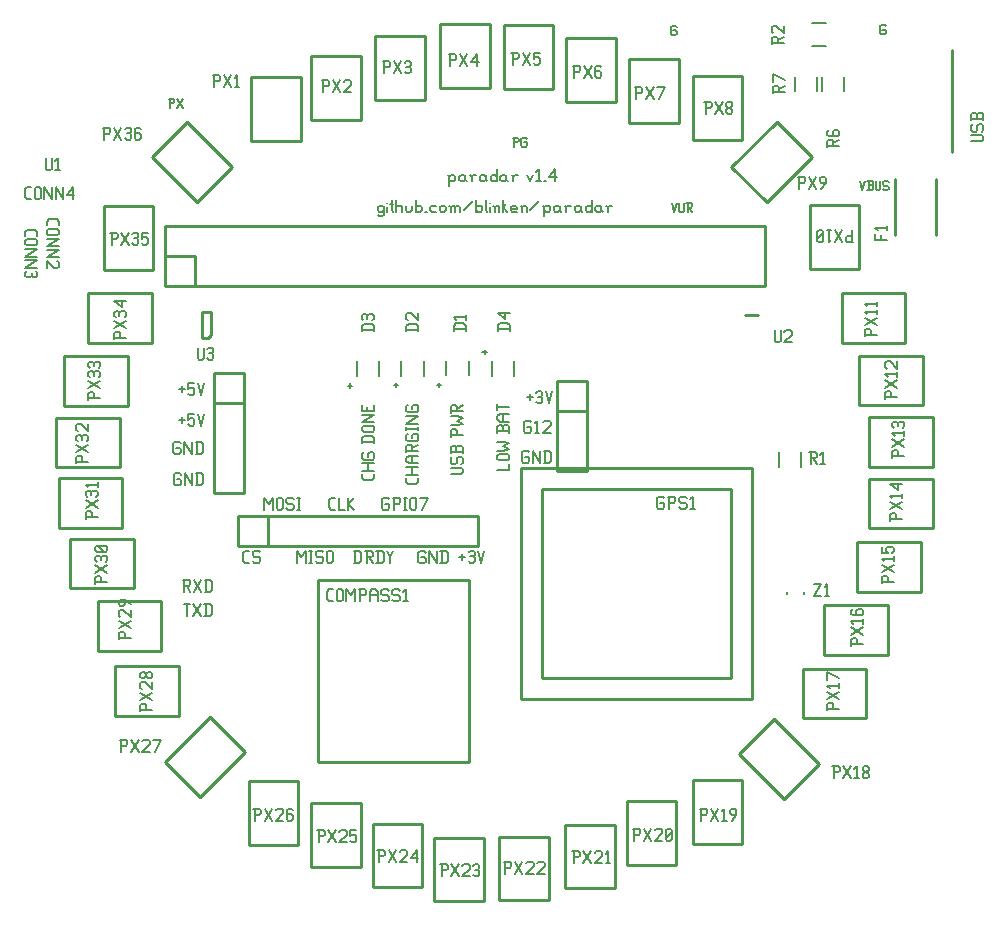
<source format=gbr>
G04 start of page 8 for group -4079 idx -4079 *
G04 Title: (unknown), topsilk *
G04 Creator: pcb 4.2.0 *
G04 CreationDate: Mon Mar  2 00:57:09 2020 UTC *
G04 For: blinken *
G04 Format: Gerber/RS-274X *
G04 PCB-Dimensions (mm): 90.16 90.16 *
G04 PCB-Coordinate-Origin: lower left *
%MOMM*%
%FSLAX43Y43*%
%LNTOPSILK*%
%ADD86C,0.203*%
%ADD85C,0.254*%
%ADD84C,0.200*%
G54D84*X36197Y74331D02*Y73569D01*
X36070Y74458D02*X36197Y74331D01*
X36324Y74458D01*
X36578D01*
X36705Y74331D01*
Y74077D01*
X36578Y73950D02*X36705Y74077D01*
X36324Y73950D02*X36578D01*
X36197Y74077D02*X36324Y73950D01*
X37391Y74458D02*X37518Y74331D01*
X37137Y74458D02*X37391D01*
X37010Y74331D02*X37137Y74458D01*
X37010Y74331D02*Y74077D01*
X37137Y73950D01*
X37518Y74458D02*Y74077D01*
X37645Y73950D01*
X37137D02*X37391D01*
X37518Y74077D01*
X38077Y74331D02*Y73950D01*
Y74331D02*X38204Y74458D01*
X38458D01*
X37950D02*X38077Y74331D01*
X39143Y74458D02*X39270Y74331D01*
X38889Y74458D02*X39143D01*
X38762Y74331D02*X38889Y74458D01*
X38762Y74331D02*Y74077D01*
X38889Y73950D01*
X39270Y74458D02*Y74077D01*
X39397Y73950D01*
X38889D02*X39143D01*
X39270Y74077D01*
X40210Y74966D02*Y73950D01*
X40083D02*X40210Y74077D01*
X39829Y73950D02*X40083D01*
X39702Y74077D02*X39829Y73950D01*
X39702Y74331D02*Y74077D01*
Y74331D02*X39829Y74458D01*
X40083D01*
X40210Y74331D01*
X40896Y74458D02*X41023Y74331D01*
X40642Y74458D02*X40896D01*
X40515Y74331D02*X40642Y74458D01*
X40515Y74331D02*Y74077D01*
X40642Y73950D01*
X41023Y74458D02*Y74077D01*
X41150Y73950D01*
X40642D02*X40896D01*
X41023Y74077D01*
X41582Y74331D02*Y73950D01*
Y74331D02*X41709Y74458D01*
X41963D01*
X41455D02*X41582Y74331D01*
X42725Y74458D02*X42979Y73950D01*
X43233Y74458D02*X42979Y73950D01*
X43538Y74763D02*X43741Y74966D01*
Y73950D01*
X43538D02*X43919D01*
X44223D02*X44350D01*
X44655Y74331D02*X45163Y74966D01*
X44655Y74331D02*X45290D01*
X45163Y74966D02*Y73950D01*
X30511Y71878D02*X30638Y71751D01*
X30257Y71878D02*X30511D01*
X30130Y71751D02*X30257Y71878D01*
X30130Y71751D02*Y71497D01*
X30257Y71370D01*
X30511D01*
X30638Y71497D01*
X30130Y71116D02*X30257Y70989D01*
X30511D01*
X30638Y71116D01*
Y71878D02*Y71116D01*
X30943Y72132D02*Y72107D01*
Y71751D02*Y71370D01*
X31324Y72386D02*Y71497D01*
X31451Y71370D01*
X31197Y72005D02*X31451D01*
X31705Y72386D02*Y71370D01*
Y71751D02*X31832Y71878D01*
X32086D01*
X32213Y71751D01*
Y71370D01*
X32518Y71878D02*Y71497D01*
X32645Y71370D01*
X32899D01*
X33026Y71497D01*
Y71878D02*Y71497D01*
X33330Y72386D02*Y71370D01*
Y71497D02*X33457Y71370D01*
X33711D01*
X33838Y71497D01*
Y71751D02*Y71497D01*
X33711Y71878D02*X33838Y71751D01*
X33457Y71878D02*X33711D01*
X33330Y71751D02*X33457Y71878D01*
X34143Y71370D02*X34270D01*
X34702Y71878D02*X35083D01*
X34575Y71751D02*X34702Y71878D01*
X34575Y71751D02*Y71497D01*
X34702Y71370D01*
X35083D01*
X35388Y71751D02*Y71497D01*
Y71751D02*X35515Y71878D01*
X35769D01*
X35896Y71751D01*
Y71497D01*
X35769Y71370D02*X35896Y71497D01*
X35515Y71370D02*X35769D01*
X35388Y71497D02*X35515Y71370D01*
X36328Y71751D02*Y71370D01*
Y71751D02*X36455Y71878D01*
X36582D01*
X36709Y71751D01*
Y71370D01*
Y71751D02*X36836Y71878D01*
X36963D01*
X37090Y71751D01*
Y71370D01*
X36201Y71878D02*X36328Y71751D01*
X37394Y71497D02*X38156Y72259D01*
X38461Y72386D02*Y71370D01*
Y71497D02*X38588Y71370D01*
X38842D01*
X38969Y71497D01*
Y71751D02*Y71497D01*
X38842Y71878D02*X38969Y71751D01*
X38588Y71878D02*X38842D01*
X38461Y71751D02*X38588Y71878D01*
X39274Y72386D02*Y71497D01*
X39401Y71370D01*
X39655Y72132D02*Y72107D01*
Y71751D02*Y71370D01*
X40036Y71751D02*Y71370D01*
Y71751D02*X40163Y71878D01*
X40290D01*
X40417Y71751D01*
Y71370D01*
X39909Y71878D02*X40036Y71751D01*
X40722Y72386D02*Y71370D01*
Y71751D02*X41103Y71370D01*
X40722Y71751D02*X40976Y72005D01*
X41535Y71370D02*X41916D01*
X41408Y71497D02*X41535Y71370D01*
X41408Y71751D02*Y71497D01*
Y71751D02*X41535Y71878D01*
X41789D01*
X41916Y71751D01*
X41408Y71624D02*X41916D01*
Y71751D02*Y71624D01*
X42347Y71751D02*Y71370D01*
Y71751D02*X42474Y71878D01*
X42601D01*
X42728Y71751D01*
Y71370D01*
X42220Y71878D02*X42347Y71751D01*
X43033Y71497D02*X43795Y72259D01*
X44227Y71751D02*Y70989D01*
X44100Y71878D02*X44227Y71751D01*
X44354Y71878D01*
X44608D01*
X44735Y71751D01*
Y71497D01*
X44608Y71370D02*X44735Y71497D01*
X44354Y71370D02*X44608D01*
X44227Y71497D02*X44354Y71370D01*
X45421Y71878D02*X45548Y71751D01*
X45167Y71878D02*X45421D01*
X45040Y71751D02*X45167Y71878D01*
X45040Y71751D02*Y71497D01*
X45167Y71370D01*
X45548Y71878D02*Y71497D01*
X45675Y71370D01*
X45167D02*X45421D01*
X45548Y71497D01*
X46107Y71751D02*Y71370D01*
Y71751D02*X46234Y71878D01*
X46488D01*
X45980D02*X46107Y71751D01*
X47173Y71878D02*X47300Y71751D01*
X46919Y71878D02*X47173D01*
X46792Y71751D02*X46919Y71878D01*
X46792Y71751D02*Y71497D01*
X46919Y71370D01*
X47300Y71878D02*Y71497D01*
X47427Y71370D01*
X46919D02*X47173D01*
X47300Y71497D01*
X48240Y72386D02*Y71370D01*
X48113D02*X48240Y71497D01*
X47859Y71370D02*X48113D01*
X47732Y71497D02*X47859Y71370D01*
X47732Y71751D02*Y71497D01*
Y71751D02*X47859Y71878D01*
X48113D01*
X48240Y71751D01*
X48926Y71878D02*X49053Y71751D01*
X48672Y71878D02*X48926D01*
X48545Y71751D02*X48672Y71878D01*
X48545Y71751D02*Y71497D01*
X48672Y71370D01*
X49053Y71878D02*Y71497D01*
X49180Y71370D01*
X48672D02*X48926D01*
X49053Y71497D01*
X49612Y71751D02*Y71370D01*
Y71751D02*X49739Y71878D01*
X49993D01*
X49485D02*X49612Y71751D01*
X41672Y77636D02*Y76874D01*
X41577Y77636D02*X41958D01*
X42053Y77541D01*
Y77350D01*
X41958Y77255D02*X42053Y77350D01*
X41672Y77255D02*X41958D01*
X42663Y77636D02*X42758Y77541D01*
X42377Y77636D02*X42663D01*
X42282Y77541D02*X42377Y77636D01*
X42282Y77541D02*Y76969D01*
X42377Y76874D01*
X42663D01*
X42758Y76969D01*
Y77160D02*Y76969D01*
X42663Y77255D02*X42758Y77160D01*
X42472Y77255D02*X42663D01*
X55327Y87084D02*X55423Y86989D01*
X55042Y87084D02*X55327D01*
X54946Y86989D02*X55042Y87084D01*
X54946Y86989D02*Y86417D01*
X55042Y86322D01*
X55327D01*
X55423Y86417D01*
Y86608D02*Y86417D01*
X55327Y86703D02*X55423Y86608D01*
X55137Y86703D02*X55327D01*
X73045Y87150D02*X73140Y87055D01*
X72759Y87150D02*X73045D01*
X72664Y87055D02*X72759Y87150D01*
X72664Y87055D02*Y86483D01*
X72759Y86388D01*
X73045D01*
X73140Y86483D01*
Y86674D02*Y86483D01*
X73045Y86769D02*X73140Y86674D01*
X72854Y86769D02*X73045D01*
X70976Y73956D02*X71167Y73194D01*
X71357Y73956D01*
X71586Y73194D02*X71967D01*
X72062Y73289D01*
Y73518D02*Y73289D01*
X71967Y73613D02*X72062Y73518D01*
X71681Y73613D02*X71967D01*
X71681Y73956D02*Y73194D01*
X71586Y73956D02*X71967D01*
X72062Y73860D01*
Y73708D01*
X71967Y73613D02*X72062Y73708D01*
X72291Y73956D02*Y73289D01*
X72386Y73194D01*
X72576D01*
X72672Y73289D01*
Y73956D02*Y73289D01*
X73281Y73956D02*X73377Y73860D01*
X72996Y73956D02*X73281D01*
X72900Y73860D02*X72996Y73956D01*
X72900Y73860D02*Y73670D01*
X72996Y73575D01*
X73281D01*
X73377Y73479D01*
Y73289D01*
X73281Y73194D02*X73377Y73289D01*
X72996Y73194D02*X73281D01*
X72900Y73289D02*X72996Y73194D01*
X12531Y80913D02*Y80151D01*
X12436Y80913D02*X12817D01*
X12912Y80818D01*
Y80627D01*
X12817Y80532D02*X12912Y80627D01*
X12531Y80532D02*X12817D01*
X13140Y80151D02*X13617Y80913D01*
X13140D02*X13617Y80151D01*
X55043Y72092D02*X55234Y71330D01*
X55424Y72092D01*
X55653D02*Y71425D01*
X55748Y71330D01*
X55939D01*
X56034Y71425D01*
Y72092D02*Y71425D01*
X56263Y72092D02*X56644D01*
X56739Y71997D01*
Y71806D01*
X56644Y71711D02*X56739Y71806D01*
X56358Y71711D02*X56644D01*
X56358Y72092D02*Y71330D01*
X56510Y71711D02*X56739Y71330D01*
X33560Y48798D02*Y48468D01*
X33382Y48290D02*X33560Y48468D01*
X32722Y48290D02*X33382D01*
X32722D02*X32544Y48468D01*
Y48798D02*Y48468D01*
Y49103D02*X33560D01*
X32544Y49738D02*X33560D01*
X33052D02*Y49103D01*
X32798Y50043D02*X33560D01*
X32798D02*X32544Y50221D01*
Y50500D02*Y50221D01*
Y50500D02*X32798Y50678D01*
X33560D01*
X33052D02*Y50043D01*
X32544Y51491D02*Y50983D01*
Y51491D02*X32671Y51618D01*
X32925D01*
X33052Y51491D02*X32925Y51618D01*
X33052Y51491D02*Y51110D01*
X32544D02*X33560D01*
X33052Y51313D02*X33560Y51618D01*
X32544Y52430D02*X32671Y52557D01*
X32544Y52430D02*Y52049D01*
X32671Y51922D02*X32544Y52049D01*
X32671Y51922D02*X33433D01*
X33560Y52049D01*
Y52430D02*Y52049D01*
Y52430D02*X33433Y52557D01*
X33179D02*X33433D01*
X33052Y52430D02*X33179Y52557D01*
X33052Y52430D02*Y52176D01*
X32544Y53116D02*Y52862D01*
Y52989D02*X33560D01*
Y53116D02*Y52862D01*
X32544Y53421D02*X33560D01*
X32544D02*X33560Y54056D01*
X32544D02*X33560D01*
X32544Y54869D02*X32671Y54996D01*
X32544Y54869D02*Y54488D01*
X32671Y54361D02*X32544Y54488D01*
X32671Y54361D02*X33433D01*
X33560Y54488D01*
Y54869D02*Y54488D01*
Y54869D02*X33433Y54996D01*
X33179D02*X33433D01*
X33052Y54869D02*X33179Y54996D01*
X33052Y54869D02*Y54615D01*
X29810Y49128D02*Y48798D01*
X29632Y48620D02*X29810Y48798D01*
X28972Y48620D02*X29632D01*
X28972D02*X28794Y48798D01*
Y49128D02*Y48798D01*
Y49433D02*X29810D01*
X28794Y50068D02*X29810D01*
X29302D02*Y49433D01*
X28794Y50881D02*X28921Y51008D01*
X28794Y50881D02*Y50500D01*
X28921Y50373D02*X28794Y50500D01*
X28921Y50373D02*X29683D01*
X29810Y50500D01*
Y50881D02*Y50500D01*
Y50881D02*X29683Y51008D01*
X29429D02*X29683D01*
X29302Y50881D02*X29429Y51008D01*
X29302Y50881D02*Y50627D01*
X28794Y51897D02*X29810D01*
X28794Y52227D02*X28972Y52405D01*
X29632D01*
X29810Y52227D02*X29632Y52405D01*
X29810Y52227D02*Y51770D01*
X28794Y52227D02*Y51770D01*
X28921Y52710D02*X29683D01*
X28921D02*X28794Y52837D01*
Y53091D02*Y52837D01*
Y53091D02*X28921Y53218D01*
X29683D01*
X29810Y53091D02*X29683Y53218D01*
X29810Y53091D02*Y52837D01*
X29683Y52710D02*X29810Y52837D01*
X28794Y53522D02*X29810D01*
X28794D02*X29810Y54157D01*
X28794D02*X29810D01*
X29251Y54843D02*Y54462D01*
X29810Y54970D02*Y54462D01*
X28794D02*X29810D01*
X28794Y54970D02*Y54462D01*
X36324Y49170D02*X37213D01*
X37340Y49297D01*
Y49551D02*Y49297D01*
Y49551D02*X37213Y49678D01*
X36324D02*X37213D01*
X36324Y50491D02*X36451Y50618D01*
X36324Y50491D02*Y50110D01*
X36451Y49983D02*X36324Y50110D01*
X36451Y49983D02*X36705D01*
X36832Y50110D01*
Y50491D02*Y50110D01*
Y50491D02*X36959Y50618D01*
X37213D01*
X37340Y50491D02*X37213Y50618D01*
X37340Y50491D02*Y50110D01*
X37213Y49983D02*X37340Y50110D01*
Y51431D02*Y50923D01*
Y51431D02*X37213Y51558D01*
X36908D02*X37213D01*
X36781Y51431D02*X36908Y51558D01*
X36781Y51431D02*Y51050D01*
X36324D02*X37340D01*
X36324Y51431D02*Y50923D01*
Y51431D02*X36451Y51558D01*
X36654D01*
X36781Y51431D02*X36654Y51558D01*
X36324Y52447D02*X37340D01*
X36324Y52828D02*Y52320D01*
Y52828D02*X36451Y52955D01*
X36705D01*
X36832Y52828D02*X36705Y52955D01*
X36832Y52828D02*Y52447D01*
X36324Y53260D02*X36832D01*
X37340Y53387D01*
X36832Y53641D01*
X37340Y53895D01*
X36832Y54022D01*
X36324D02*X36832D01*
X36324Y54834D02*Y54326D01*
Y54834D02*X36451Y54961D01*
X36705D01*
X36832Y54834D02*X36705Y54961D01*
X36832Y54834D02*Y54453D01*
X36324D02*X37340D01*
X36832Y54657D02*X37340Y54961D01*
X35127Y56677D02*X35508D01*
X35318Y56867D02*Y56486D01*
X31466Y56677D02*X31847D01*
X31657Y56867D02*Y56486D01*
X27599Y56635D02*X27980D01*
X27789Y56826D02*Y56445D01*
X13290Y56348D02*X13798D01*
X13544Y56602D02*Y56094D01*
X14103Y56856D02*X14611D01*
X14103D02*Y56348D01*
X14230Y56475D01*
X14484D01*
X14611Y56348D01*
Y55967D01*
X14484Y55840D02*X14611Y55967D01*
X14230Y55840D02*X14484D01*
X14103Y55967D02*X14230Y55840D01*
X14916Y56856D02*X15170Y55840D01*
X15424Y56856D01*
X13290Y53758D02*X13798D01*
X13544Y54012D02*Y53504D01*
X14103Y54266D02*X14611D01*
X14103D02*Y53758D01*
X14230Y53885D01*
X14484D01*
X14611Y53758D01*
Y53377D01*
X14484Y53250D02*X14611Y53377D01*
X14230Y53250D02*X14484D01*
X14103Y53377D02*X14230Y53250D01*
X14916Y54266D02*X15170Y53250D01*
X15424Y54266D01*
X13328Y51866D02*X13455Y51739D01*
X12947Y51866D02*X13328D01*
X12820Y51739D02*X12947Y51866D01*
X12820Y51739D02*Y50977D01*
X12947Y50850D01*
X13328D01*
X13455Y50977D01*
Y51231D02*Y50977D01*
X13328Y51358D02*X13455Y51231D01*
X13074Y51358D02*X13328D01*
X13760Y51866D02*Y50850D01*
Y51866D02*X14395Y50850D01*
Y51866D02*Y50850D01*
X14827Y51866D02*Y50850D01*
X15157Y51866D02*X15335Y51688D01*
Y51028D01*
X15157Y50850D02*X15335Y51028D01*
X14700Y50850D02*X15157D01*
X14700Y51866D02*X15157D01*
X13358Y49236D02*X13485Y49109D01*
X12977Y49236D02*X13358D01*
X12850Y49109D02*X12977Y49236D01*
X12850Y49109D02*Y48347D01*
X12977Y48220D01*
X13358D01*
X13485Y48347D01*
Y48601D02*Y48347D01*
X13358Y48728D02*X13485Y48601D01*
X13104Y48728D02*X13358D01*
X13790Y49236D02*Y48220D01*
Y49236D02*X14425Y48220D01*
Y49236D02*Y48220D01*
X14857Y49236D02*Y48220D01*
X15187Y49236D02*X15365Y49058D01*
Y48398D01*
X15187Y48220D02*X15365Y48398D01*
X14730Y48220D02*X15187D01*
X14730Y49236D02*X15187D01*
X13690Y38176D02*X14198D01*
X13944D02*Y37160D01*
X14503D02*X15138Y38176D01*
X14503D02*X15138Y37160D01*
X15570Y38176D02*Y37160D01*
X15900Y38176D02*X16078Y37998D01*
Y37338D01*
X15900Y37160D02*X16078Y37338D01*
X15443Y37160D02*X15900D01*
X15443Y38176D02*X15900D01*
X13610Y40186D02*X14118D01*
X14245Y40059D01*
Y39805D01*
X14118Y39678D02*X14245Y39805D01*
X13737Y39678D02*X14118D01*
X13737Y40186D02*Y39170D01*
X13940Y39678D02*X14245Y39170D01*
X14550D02*X15185Y40186D01*
X14550D02*X15185Y39170D01*
X15617Y40186D02*Y39170D01*
X15947Y40186D02*X16125Y40008D01*
Y39348D01*
X15947Y39170D02*X16125Y39348D01*
X15490Y39170D02*X15947D01*
X15490Y40186D02*X15947D01*
X40259Y49506D02*X41275D01*
Y50014D02*Y49506D01*
X40386Y50319D02*X41148D01*
X40386D02*X40259Y50446D01*
Y50700D02*Y50446D01*
Y50700D02*X40386Y50827D01*
X41148D01*
X41275Y50700D02*X41148Y50827D01*
X41275Y50700D02*Y50446D01*
X41148Y50319D02*X41275Y50446D01*
X40259Y51132D02*X40767D01*
X41275Y51259D01*
X40767Y51513D01*
X41275Y51767D01*
X40767Y51894D01*
X40259D02*X40767D01*
X41275Y53164D02*Y52656D01*
Y53164D02*X41148Y53291D01*
X40843D02*X41148D01*
X40716Y53164D02*X40843Y53291D01*
X40716Y53164D02*Y52783D01*
X40259D02*X41275D01*
X40259Y53164D02*Y52656D01*
Y53164D02*X40386Y53291D01*
X40589D01*
X40716Y53164D02*X40589Y53291D01*
X40513Y53596D02*X41275D01*
X40513D02*X40259Y53774D01*
Y54053D02*Y53774D01*
Y54053D02*X40513Y54231D01*
X41275D01*
X40767D02*Y53596D01*
X40259Y55044D02*Y54536D01*
Y54790D02*X41275D01*
X42750Y55648D02*X43258D01*
X43004Y55902D02*Y55394D01*
X43563Y56029D02*X43690Y56156D01*
X43944D01*
X44071Y56029D01*
X43944Y55140D02*X44071Y55267D01*
X43690Y55140D02*X43944D01*
X43563Y55267D02*X43690Y55140D01*
Y55699D02*X43944D01*
X44071Y56029D02*Y55826D01*
Y55572D02*Y55267D01*
Y55572D02*X43944Y55699D01*
X44071Y55826D02*X43944Y55699D01*
X44376Y56156D02*X44630Y55140D01*
X44884Y56156D01*
X42828Y51116D02*X42955Y50989D01*
X42447Y51116D02*X42828D01*
X42320Y50989D02*X42447Y51116D01*
X42320Y50989D02*Y50227D01*
X42447Y50100D01*
X42828D01*
X42955Y50227D01*
Y50481D02*Y50227D01*
X42828Y50608D02*X42955Y50481D01*
X42574Y50608D02*X42828D01*
X43260Y51116D02*Y50100D01*
Y51116D02*X43895Y50100D01*
Y51116D02*Y50100D01*
X44327Y51116D02*Y50100D01*
X44657Y51116D02*X44835Y50938D01*
Y50278D01*
X44657Y50100D02*X44835Y50278D01*
X44200Y50100D02*X44657D01*
X44200Y51116D02*X44657D01*
X43008Y53656D02*X43135Y53529D01*
X42627Y53656D02*X43008D01*
X42500Y53529D02*X42627Y53656D01*
X42500Y53529D02*Y52767D01*
X42627Y52640D01*
X43008D01*
X43135Y52767D01*
Y53021D02*Y52767D01*
X43008Y53148D02*X43135Y53021D01*
X42754Y53148D02*X43008D01*
X43440Y53453D02*X43643Y53656D01*
Y52640D01*
X43440D02*X43821D01*
X44126Y53529D02*X44253Y53656D01*
X44634D01*
X44761Y53529D01*
Y53275D01*
X44126Y52640D02*X44761Y53275D01*
X44126Y52640D02*X44761D01*
X38995Y59469D02*X39376D01*
X39185Y59659D02*Y59278D01*
X34048Y42616D02*X34175Y42489D01*
X33667Y42616D02*X34048D01*
X33540Y42489D02*X33667Y42616D01*
X33540Y42489D02*Y41727D01*
X33667Y41600D01*
X34048D01*
X34175Y41727D01*
Y41981D02*Y41727D01*
X34048Y42108D02*X34175Y41981D01*
X33794Y42108D02*X34048D01*
X34480Y42616D02*Y41600D01*
Y42616D02*X35115Y41600D01*
Y42616D02*Y41600D01*
X35547Y42616D02*Y41600D01*
X35877Y42616D02*X36055Y42438D01*
Y41778D01*
X35877Y41600D02*X36055Y41778D01*
X35420Y41600D02*X35877D01*
X35420Y42616D02*X35877D01*
X37000Y42148D02*X37508D01*
X37254Y42402D02*Y41894D01*
X37813Y42529D02*X37940Y42656D01*
X38194D01*
X38321Y42529D01*
X38194Y41640D02*X38321Y41767D01*
X37940Y41640D02*X38194D01*
X37813Y41767D02*X37940Y41640D01*
Y42199D02*X38194D01*
X38321Y42529D02*Y42326D01*
Y42072D02*Y41767D01*
Y42072D02*X38194Y42199D01*
X38321Y42326D02*X38194Y42199D01*
X38626Y42656D02*X38880Y41640D01*
X39134Y42656D01*
X28237Y42616D02*Y41600D01*
X28567Y42616D02*X28745Y42438D01*
Y41778D01*
X28567Y41600D02*X28745Y41778D01*
X28110Y41600D02*X28567D01*
X28110Y42616D02*X28567D01*
X29050D02*X29558D01*
X29685Y42489D01*
Y42235D01*
X29558Y42108D02*X29685Y42235D01*
X29177Y42108D02*X29558D01*
X29177Y42616D02*Y41600D01*
X29380Y42108D02*X29685Y41600D01*
X30117Y42616D02*Y41600D01*
X30447Y42616D02*X30625Y42438D01*
Y41778D01*
X30447Y41600D02*X30625Y41778D01*
X29990Y41600D02*X30447D01*
X29990Y42616D02*X30447D01*
X30929D02*X31183Y42108D01*
X31437Y42616D01*
X31183Y42108D02*Y41600D01*
X23250Y42656D02*Y41640D01*
Y42656D02*X23631Y42148D01*
X24012Y42656D01*
Y41640D01*
X24317Y42656D02*X24571D01*
X24444D02*Y41640D01*
X24317D02*X24571D01*
X25384Y42656D02*X25511Y42529D01*
X25003Y42656D02*X25384D01*
X24876Y42529D02*X25003Y42656D01*
X24876Y42529D02*Y42275D01*
X25003Y42148D01*
X25384D01*
X25511Y42021D01*
Y41767D01*
X25384Y41640D02*X25511Y41767D01*
X25003Y41640D02*X25384D01*
X24876Y41767D02*X25003Y41640D01*
X25815Y42529D02*Y41767D01*
Y42529D02*X25942Y42656D01*
X26196D01*
X26323Y42529D01*
Y41767D01*
X26196Y41640D02*X26323Y41767D01*
X25942Y41640D02*X26196D01*
X25815Y41767D02*X25942Y41640D01*
X18928D02*X19258D01*
X18750Y41818D02*X18928Y41640D01*
X18750Y42478D02*Y41818D01*
Y42478D02*X18928Y42656D01*
X19258D01*
X20071D02*X20198Y42529D01*
X19690Y42656D02*X20071D01*
X19563Y42529D02*X19690Y42656D01*
X19563Y42529D02*Y42275D01*
X19690Y42148D01*
X20071D01*
X20198Y42021D01*
Y41767D01*
X20071Y41640D02*X20198Y41767D01*
X19690Y41640D02*X20071D01*
X19563Y41767D02*X19690Y41640D01*
X30968Y47126D02*X31095Y46999D01*
X30587Y47126D02*X30968D01*
X30460Y46999D02*X30587Y47126D01*
X30460Y46999D02*Y46237D01*
X30587Y46110D01*
X30968D01*
X31095Y46237D01*
Y46491D02*Y46237D01*
X30968Y46618D02*X31095Y46491D01*
X30714Y46618D02*X30968D01*
X31527Y47126D02*Y46110D01*
X31400Y47126D02*X31908D01*
X32035Y46999D01*
Y46745D01*
X31908Y46618D02*X32035Y46745D01*
X31527Y46618D02*X31908D01*
X32340Y47126D02*X32594D01*
X32467D02*Y46110D01*
X32340D02*X32594D01*
X32898Y46999D02*Y46237D01*
Y46999D02*X33025Y47126D01*
X33279D01*
X33406Y46999D01*
Y46237D01*
X33279Y46110D02*X33406Y46237D01*
X33025Y46110D02*X33279D01*
X32898Y46237D02*X33025Y46110D01*
X33838D02*X34346Y47126D01*
X33711D02*X34346D01*
X26178Y46140D02*X26508D01*
X26000Y46318D02*X26178Y46140D01*
X26000Y46978D02*Y46318D01*
Y46978D02*X26178Y47156D01*
X26508D01*
X26813D02*Y46140D01*
X27321D01*
X27626Y47156D02*Y46140D01*
Y46648D02*X28134Y47156D01*
X27626Y46648D02*X28134Y46140D01*
X20500Y47156D02*Y46140D01*
Y47156D02*X20881Y46648D01*
X21262Y47156D01*
Y46140D01*
X21567Y47029D02*Y46267D01*
Y47029D02*X21694Y47156D01*
X21948D01*
X22075Y47029D01*
Y46267D01*
X21948Y46140D02*X22075Y46267D01*
X21694Y46140D02*X21948D01*
X21567Y46267D02*X21694Y46140D01*
X22888Y47156D02*X23015Y47029D01*
X22507Y47156D02*X22888D01*
X22380Y47029D02*X22507Y47156D01*
X22380Y47029D02*Y46775D01*
X22507Y46648D01*
X22888D01*
X23015Y46521D01*
Y46267D01*
X22888Y46140D02*X23015Y46267D01*
X22507Y46140D02*X22888D01*
X22380Y46267D02*X22507Y46140D01*
X23319Y47156D02*X23573D01*
X23446D02*Y46140D01*
X23319D02*X23573D01*
G54D85*X44037Y47879D02*X60037D01*
Y31879D01*
X44037D01*
Y47879D01*
X42287Y49629D02*Y30129D01*
X61787D01*
Y49629D01*
X42287D01*
G54D86*X64780Y39190D02*Y38990D01*
X66180Y39190D02*Y38990D01*
X35920Y58694D02*Y57494D01*
X37820Y58694D02*Y57494D01*
X32135Y58687D02*Y57487D01*
X34035Y58687D02*Y57487D01*
X41684Y58684D02*Y57484D01*
X39784Y58684D02*Y57484D01*
X28339Y58691D02*Y57491D01*
X30239Y58691D02*Y57491D01*
G54D85*X61181Y62617D02*X62281D01*
G54D86*X65990Y50980D02*Y49780D01*
X64090Y50980D02*Y49780D01*
G54D85*X45268Y57032D02*Y49412D01*
X47808D01*
Y57032D01*
X45268D01*
Y54492D02*X47808D01*
Y57032D01*
X44600Y13060D02*X40400D01*
X44600D02*Y18460D01*
X40400D01*
Y13060D02*Y18460D01*
X33900Y14160D02*X29700D01*
X33900D02*Y19560D01*
X29700D01*
Y14160D02*Y19560D01*
X28700Y15860D02*X24500D01*
X28700D02*Y21260D01*
X24500D01*
Y15860D02*Y21260D01*
X39100Y12960D02*X34900D01*
X39100D02*Y18360D01*
X34900D01*
Y12960D02*Y18360D01*
X18260Y43030D02*X38580D01*
Y45570D02*Y43030D01*
X18260Y45570D02*X38580D01*
X18260D02*Y43030D01*
X20800Y45570D02*Y43030D01*
X18260Y45570D02*X20800D01*
X25051Y40181D02*X37851D01*
X25051D02*Y24781D01*
X37851D01*
Y40181D02*Y24781D01*
X67470Y24630D02*X64500Y21660D01*
X67470Y24630D02*X63652Y28448D01*
X60682Y25478D01*
X64500Y21660D02*X60682Y25478D01*
X61000Y17860D02*X56800D01*
X61000D02*Y23260D01*
X56800D01*
Y17860D02*Y23260D01*
X55400Y16060D02*X51200D01*
X55400D02*Y21460D01*
X51200D01*
Y16060D02*Y21460D01*
X50200Y14060D02*X46000D01*
X50200D02*Y19460D01*
X46000D01*
Y14060D02*Y19460D01*
X23400Y17760D02*X19200D01*
X23400D02*Y23160D01*
X19200D01*
Y17760D02*Y23160D01*
X15104Y21779D02*X12134Y24749D01*
X15104Y21779D02*X18922Y25598D01*
X15952Y28567D01*
X12134Y24749D02*X15952Y28567D01*
X7900Y28660D02*Y32860D01*
Y28660D02*X13300D01*
Y32860D01*
X7900D02*X13300D01*
X6400Y34160D02*Y38360D01*
Y34160D02*X11800D01*
Y38360D01*
X6400D02*X11800D01*
X4100Y39460D02*Y43660D01*
Y39460D02*X9500D01*
Y43660D01*
X4100D02*X9500D01*
X3100Y44610D02*Y48810D01*
Y44610D02*X8500D01*
Y48810D01*
X3100D02*X8500D01*
X2900Y49710D02*Y53910D01*
Y49710D02*X8300D01*
Y53910D01*
X2900D02*X8300D01*
X3600Y54910D02*Y59110D01*
Y54910D02*X9000D01*
Y59110D01*
X3600D02*X9000D01*
X16298Y57685D02*Y47525D01*
X18838D01*
Y57685D01*
X16298D01*
Y55145D02*X18838D01*
Y57685D01*
X76300Y59160D02*Y54960D01*
Y59160D02*X70900D01*
Y54960D01*
X76300D02*X70900D01*
X77100Y53960D02*Y49760D01*
Y53960D02*X71700D01*
Y49760D01*
X77100D02*X71700D01*
X77100Y48760D02*Y44560D01*
Y48760D02*X71700D01*
Y44560D01*
X77100D02*X71700D01*
X76100Y43360D02*Y39160D01*
Y43360D02*X70700D01*
Y39160D01*
X76100D02*X70700D01*
X73300Y38060D02*Y33860D01*
Y38060D02*X67900D01*
Y33860D01*
X73300D02*X67900D01*
X71500Y32660D02*Y28460D01*
Y32660D02*X66100D01*
Y28460D01*
X71500D02*X66100D01*
X40800Y87160D02*X45000D01*
X40800D02*Y81760D01*
X45000D01*
Y87160D02*Y81760D01*
X46100Y86060D02*X50300D01*
X46100D02*Y80660D01*
X50300D01*
Y86060D02*Y80660D01*
X51400Y84260D02*X55600D01*
X51400D02*Y78860D01*
X55600D01*
Y84260D02*Y78860D01*
X56800Y82860D02*X61000D01*
X56800D02*Y77460D01*
X61000D01*
Y82860D02*Y77460D01*
G54D86*X67347Y82795D02*Y81596D01*
X65447Y82795D02*Y81596D01*
X69620Y82790D02*Y81590D01*
X67720Y82790D02*Y81590D01*
X66870Y87300D02*X68070D01*
X66870Y85400D02*X68070D01*
G54D85*X63890Y78950D02*X66860Y75980D01*
X63890Y78950D02*X60072Y75132D01*
X63042Y72162D01*
X66860Y75980D02*X63042Y72162D01*
X74800Y64460D02*Y60260D01*
Y64460D02*X69400D01*
Y60260D01*
X74800D02*X69400D01*
X66700Y71930D02*X70900D01*
X66700D02*Y66530D01*
X70900D01*
Y71930D02*Y66530D01*
X73950Y74110D02*Y69410D01*
X77350Y74110D02*Y69410D01*
X78730Y85050D02*Y76400D01*
X12140Y65100D02*X62940D01*
Y70180D02*Y65100D01*
X12140Y70180D02*X62940D01*
X12140D02*Y65100D01*
X14680Y67640D02*Y65100D01*
X12140Y67640D02*X14680D01*
X35400Y87260D02*X39600D01*
X35400D02*Y81860D01*
X39600D01*
Y87260D02*Y81860D01*
X24490Y84520D02*X28690D01*
X24490D02*Y79120D01*
X28690D01*
Y84520D02*Y79120D01*
X29900Y86260D02*X34100D01*
X29900D02*Y80860D01*
X34100D01*
Y86260D02*Y80860D01*
X5600Y60260D02*Y64460D01*
Y60260D02*X11000D01*
Y64460D01*
X5600D02*X11000D01*
X15205Y62898D02*X16047D01*
Y60945D01*
X15793Y60691D01*
X15205D02*X15793D01*
X15205Y62898D02*Y60691D01*
X19400Y82760D02*X23600D01*
X19400D02*Y77360D01*
X23600D01*
Y82760D02*Y77360D01*
X6910Y71820D02*X11110D01*
X6910D02*Y66420D01*
X11110D01*
Y71820D02*Y66420D01*
X11011Y75992D02*X13980Y78962D01*
X11011Y75992D02*X14829Y72174D01*
X17799Y75144D01*
X13980Y78962D02*X17799Y75144D01*
G54D84*X2000Y75886D02*Y74997D01*
X2127Y74870D01*
X2381D01*
X2508Y74997D01*
Y75886D02*Y74997D01*
X2813Y75683D02*X3016Y75886D01*
Y74870D01*
X2813D02*X3194D01*
X16277Y82906D02*Y81890D01*
X16150Y82906D02*X16658D01*
X16785Y82779D01*
Y82525D01*
X16658Y82398D02*X16785Y82525D01*
X16277Y82398D02*X16658D01*
X17090Y81890D02*X17725Y82906D01*
X17090D02*X17725Y81890D01*
X18030Y82703D02*X18233Y82906D01*
Y81890D01*
X18030D02*X18411D01*
X458Y72430D02*X788D01*
X280Y72608D02*X458Y72430D01*
X280Y73268D02*Y72608D01*
Y73268D02*X458Y73446D01*
X788D01*
X1093Y73319D02*Y72557D01*
Y73319D02*X1220Y73446D01*
X1474D01*
X1601Y73319D01*
Y72557D01*
X1474Y72430D02*X1601Y72557D01*
X1220Y72430D02*X1474D01*
X1093Y72557D02*X1220Y72430D01*
X1906Y73446D02*Y72430D01*
Y73446D02*X2541Y72430D01*
Y73446D02*Y72430D01*
X2845Y73446D02*Y72430D01*
Y73446D02*X3480Y72430D01*
Y73446D02*Y72430D01*
X3785Y72811D02*X4293Y73446D01*
X3785Y72811D02*X4420D01*
X4293Y73446D02*Y72430D01*
X6977Y78478D02*Y77462D01*
X6850Y78478D02*X7358D01*
X7485Y78351D01*
Y78097D01*
X7358Y77970D02*X7485Y78097D01*
X6977Y77970D02*X7358D01*
X7790Y77462D02*X8425Y78478D01*
X7790D02*X8425Y77462D01*
X8730Y78351D02*X8857Y78478D01*
X9111D01*
X9238Y78351D01*
X9111Y77462D02*X9238Y77589D01*
X8857Y77462D02*X9111D01*
X8730Y77589D02*X8857Y77462D01*
Y78021D02*X9111D01*
X9238Y78351D02*Y78148D01*
Y77894D02*Y77589D01*
Y77894D02*X9111Y78021D01*
X9238Y78148D02*X9111Y78021D01*
X9924Y78478D02*X10051Y78351D01*
X9670Y78478D02*X9924D01*
X9543Y78351D02*X9670Y78478D01*
X9543Y78351D02*Y77589D01*
X9670Y77462D01*
X9924Y78021D02*X10051Y77894D01*
X9543Y78021D02*X9924D01*
X9670Y77462D02*X9924D01*
X10051Y77589D01*
Y77894D02*Y77589D01*
X7804Y60687D02*X8820D01*
X7804Y61068D02*Y60560D01*
Y61068D02*X7931Y61195D01*
X8185D01*
X8312Y61068D02*X8185Y61195D01*
X8312Y61068D02*Y60687D01*
X8820Y61500D02*X7804Y62135D01*
Y61500D02*X8820Y62135D01*
X7931Y62440D02*X7804Y62567D01*
Y62821D02*Y62567D01*
Y62821D02*X7931Y62948D01*
X8820Y62821D02*X8693Y62948D01*
X8820Y62821D02*Y62567D01*
X8693Y62440D02*X8820Y62567D01*
X8261Y62821D02*Y62567D01*
X7931Y62948D02*X8134D01*
X8388D02*X8693D01*
X8388D02*X8261Y62821D01*
X8134Y62948D02*X8261Y62821D01*
X8439Y63253D02*X7804Y63761D01*
X8439Y63888D02*Y63253D01*
X7804Y63761D02*X8820D01*
X278Y69644D02*Y69314D01*
X456Y69822D02*X278Y69644D01*
X456Y69822D02*X1116D01*
X1294Y69644D01*
Y69314D01*
X405Y69009D02*X1167D01*
X1294Y68882D01*
Y68628D01*
X1167Y68501D01*
X405D02*X1167D01*
X278Y68628D02*X405Y68501D01*
X278Y68882D02*Y68628D01*
X405Y69009D02*X278Y68882D01*
Y68196D02*X1294D01*
X278Y67561D01*
X1294D01*
X278Y67256D02*X1294D01*
X278Y66621D01*
X1294D01*
X1167Y66316D02*X1294Y66189D01*
Y65935D01*
X1167Y65808D01*
X278Y65935D02*X405Y65808D01*
X278Y66189D02*Y65935D01*
X405Y66316D02*X278Y66189D01*
X837D02*Y65935D01*
X964Y65808D02*X1167D01*
X405D02*X710D01*
X837Y65935D01*
X964Y65808D02*X837Y65935D01*
X2108Y70527D02*Y70197D01*
X2286Y70705D02*X2108Y70527D01*
X2286Y70705D02*X2947D01*
X3124Y70527D01*
Y70197D01*
X2235Y69892D02*X2997D01*
X3124Y69765D01*
Y69511D01*
X2997Y69384D01*
X2235D02*X2997D01*
X2108Y69511D02*X2235Y69384D01*
X2108Y69765D02*Y69511D01*
X2235Y69892D02*X2108Y69765D01*
Y69079D02*X3124D01*
X2108Y68444D01*
X3124D01*
X2108Y68140D02*X3124D01*
X2108Y67505D01*
X3124D01*
X2997Y67200D02*X3124Y67073D01*
Y66692D01*
X2997Y66565D01*
X2743D02*X2997D01*
X2108Y67200D02*X2743Y66565D01*
X2108Y67200D02*Y66565D01*
X7587Y69566D02*Y68550D01*
X7460Y69566D02*X7968D01*
X8095Y69439D01*
Y69185D01*
X7968Y69058D02*X8095Y69185D01*
X7587Y69058D02*X7968D01*
X8400Y68550D02*X9035Y69566D01*
X8400D02*X9035Y68550D01*
X9340Y69439D02*X9467Y69566D01*
X9721D01*
X9848Y69439D01*
X9721Y68550D02*X9848Y68677D01*
X9467Y68550D02*X9721D01*
X9340Y68677D02*X9467Y68550D01*
Y69109D02*X9721D01*
X9848Y69439D02*Y69236D01*
Y68982D02*Y68677D01*
Y68982D02*X9721Y69109D01*
X9848Y69236D02*X9721Y69109D01*
X10152Y69566D02*X10660D01*
X10152D02*Y69058D01*
X10279Y69185D01*
X10533D01*
X10660Y69058D01*
Y68677D01*
X10533Y68550D02*X10660Y68677D01*
X10279Y68550D02*X10533D01*
X10152Y68677D02*X10279Y68550D01*
X25507Y82476D02*Y81460D01*
X25380Y82476D02*X25888D01*
X26015Y82349D01*
Y82095D01*
X25888Y81968D02*X26015Y82095D01*
X25507Y81968D02*X25888D01*
X26320Y81460D02*X26955Y82476D01*
X26320D02*X26955Y81460D01*
X27260Y82349D02*X27387Y82476D01*
X27768D01*
X27895Y82349D01*
Y82095D01*
X27260Y81460D02*X27895Y82095D01*
X27260Y81460D02*X27895D01*
X14894Y59832D02*Y58943D01*
X15021Y58816D01*
X15275D01*
X15402Y58943D01*
Y59832D02*Y58943D01*
X15706Y59705D02*X15833Y59832D01*
X16087D01*
X16214Y59705D01*
X16087Y58816D02*X16214Y58943D01*
X15833Y58816D02*X16087D01*
X15706Y58943D02*X15833Y58816D01*
Y59374D02*X16087D01*
X16214Y59705D02*Y59501D01*
Y59247D02*Y58943D01*
Y59247D02*X16087Y59374D01*
X16214Y59501D02*X16087Y59374D01*
X68737Y24416D02*Y23400D01*
X68610Y24416D02*X69118D01*
X69245Y24289D01*
Y24035D01*
X69118Y23908D02*X69245Y24035D01*
X68737Y23908D02*X69118D01*
X69550Y23400D02*X70185Y24416D01*
X69550D02*X70185Y23400D01*
X70490Y24213D02*X70693Y24416D01*
Y23400D01*
X70490D02*X70871D01*
X71175Y23527D02*X71302Y23400D01*
X71175Y23730D02*Y23527D01*
Y23730D02*X71353Y23908D01*
X71506D01*
X71683Y23730D01*
Y23527D01*
X71556Y23400D02*X71683Y23527D01*
X71302Y23400D02*X71556D01*
X71175Y24086D02*X71353Y23908D01*
X71175Y24289D02*Y24086D01*
Y24289D02*X71302Y24416D01*
X71556D01*
X71683Y24289D01*
Y24086D01*
X71506Y23908D02*X71683Y24086D01*
X57527Y20806D02*Y19790D01*
X57400Y20806D02*X57908D01*
X58035Y20679D01*
Y20425D01*
X57908Y20298D02*X58035Y20425D01*
X57527Y20298D02*X57908D01*
X58340Y19790D02*X58975Y20806D01*
X58340D02*X58975Y19790D01*
X59280Y20603D02*X59483Y20806D01*
Y19790D01*
X59280D02*X59661D01*
X60092D02*X60473Y20298D01*
Y20679D02*Y20298D01*
X60346Y20806D02*X60473Y20679D01*
X60092Y20806D02*X60346D01*
X59965Y20679D02*X60092Y20806D01*
X59965Y20679D02*Y20425D01*
X60092Y20298D01*
X60473D01*
X40927Y16306D02*Y15290D01*
X40800Y16306D02*X41308D01*
X41435Y16179D01*
Y15925D01*
X41308Y15798D02*X41435Y15925D01*
X40927Y15798D02*X41308D01*
X41740Y15290D02*X42375Y16306D01*
X41740D02*X42375Y15290D01*
X42680Y16179D02*X42807Y16306D01*
X43188D01*
X43315Y16179D01*
Y15925D01*
X42680Y15290D02*X43315Y15925D01*
X42680Y15290D02*X43315D01*
X43619Y16179D02*X43746Y16306D01*
X44127D01*
X44254Y16179D01*
Y15925D01*
X43619Y15290D02*X44254Y15925D01*
X43619Y15290D02*X44254D01*
X30227Y17306D02*Y16290D01*
X30100Y17306D02*X30608D01*
X30735Y17179D01*
Y16925D01*
X30608Y16798D02*X30735Y16925D01*
X30227Y16798D02*X30608D01*
X31040Y16290D02*X31675Y17306D01*
X31040D02*X31675Y16290D01*
X31980Y17179D02*X32107Y17306D01*
X32488D01*
X32615Y17179D01*
Y16925D01*
X31980Y16290D02*X32615Y16925D01*
X31980Y16290D02*X32615D01*
X32919Y16671D02*X33427Y17306D01*
X32919Y16671D02*X33554D01*
X33427Y17306D02*Y16290D01*
X25127Y19006D02*Y17990D01*
X25000Y19006D02*X25508D01*
X25635Y18879D01*
Y18625D01*
X25508Y18498D02*X25635Y18625D01*
X25127Y18498D02*X25508D01*
X25940Y17990D02*X26575Y19006D01*
X25940D02*X26575Y17990D01*
X26880Y18879D02*X27007Y19006D01*
X27388D01*
X27515Y18879D01*
Y18625D01*
X26880Y17990D02*X27515Y18625D01*
X26880Y17990D02*X27515D01*
X27819Y19006D02*X28327D01*
X27819D02*Y18498D01*
X27946Y18625D01*
X28200D01*
X28327Y18498D01*
Y18117D01*
X28200Y17990D02*X28327Y18117D01*
X27946Y17990D02*X28200D01*
X27819Y18117D02*X27946Y17990D01*
X35527Y16106D02*Y15090D01*
X35400Y16106D02*X35908D01*
X36035Y15979D01*
Y15725D01*
X35908Y15598D02*X36035Y15725D01*
X35527Y15598D02*X35908D01*
X36340Y15090D02*X36975Y16106D01*
X36340D02*X36975Y15090D01*
X37280Y15979D02*X37407Y16106D01*
X37788D01*
X37915Y15979D01*
Y15725D01*
X37280Y15090D02*X37915Y15725D01*
X37280Y15090D02*X37915D01*
X38219Y15979D02*X38346Y16106D01*
X38600D01*
X38727Y15979D01*
X38600Y15090D02*X38727Y15217D01*
X38346Y15090D02*X38600D01*
X38219Y15217D02*X38346Y15090D01*
Y15649D02*X38600D01*
X38727Y15979D02*Y15776D01*
Y15522D02*Y15217D01*
Y15522D02*X38600Y15649D01*
X38727Y15776D02*X38600Y15649D01*
X51827Y19106D02*Y18090D01*
X51700Y19106D02*X52208D01*
X52335Y18979D01*
Y18725D01*
X52208Y18598D02*X52335Y18725D01*
X51827Y18598D02*X52208D01*
X52640Y18090D02*X53275Y19106D01*
X52640D02*X53275Y18090D01*
X53580Y18979D02*X53707Y19106D01*
X54088D01*
X54215Y18979D01*
Y18725D01*
X53580Y18090D02*X54215Y18725D01*
X53580Y18090D02*X54215D01*
X54519Y18217D02*X54646Y18090D01*
X54519Y18979D02*Y18217D01*
Y18979D02*X54646Y19106D01*
X54900D01*
X55027Y18979D01*
Y18217D01*
X54900Y18090D02*X55027Y18217D01*
X54646Y18090D02*X54900D01*
X54519Y18344D02*X55027Y18852D01*
X46727Y17206D02*Y16190D01*
X46600Y17206D02*X47108D01*
X47235Y17079D01*
Y16825D01*
X47108Y16698D02*X47235Y16825D01*
X46727Y16698D02*X47108D01*
X47540Y16190D02*X48175Y17206D01*
X47540D02*X48175Y16190D01*
X48480Y17079D02*X48607Y17206D01*
X48988D01*
X49115Y17079D01*
Y16825D01*
X48480Y16190D02*X49115Y16825D01*
X48480Y16190D02*X49115D01*
X49419Y17003D02*X49623Y17206D01*
Y16190D01*
X49419D02*X49800D01*
X36277Y84706D02*Y83690D01*
X36150Y84706D02*X36658D01*
X36785Y84579D01*
Y84325D01*
X36658Y84198D02*X36785Y84325D01*
X36277Y84198D02*X36658D01*
X37090Y83690D02*X37725Y84706D01*
X37090D02*X37725Y83690D01*
X38030Y84071D02*X38538Y84706D01*
X38030Y84071D02*X38665D01*
X38538Y84706D02*Y83690D01*
X41577Y84806D02*Y83790D01*
X41450Y84806D02*X41958D01*
X42085Y84679D01*
Y84425D01*
X41958Y84298D02*X42085Y84425D01*
X41577Y84298D02*X41958D01*
X42390Y83790D02*X43025Y84806D01*
X42390D02*X43025Y83790D01*
X43330Y84806D02*X43838D01*
X43330D02*Y84298D01*
X43457Y84425D01*
X43711D01*
X43838Y84298D01*
Y83917D01*
X43711Y83790D02*X43838Y83917D01*
X43457Y83790D02*X43711D01*
X43330Y83917D02*X43457Y83790D01*
X46777Y83706D02*Y82690D01*
X46650Y83706D02*X47158D01*
X47285Y83579D01*
Y83325D01*
X47158Y83198D02*X47285Y83325D01*
X46777Y83198D02*X47158D01*
X47590Y82690D02*X48225Y83706D01*
X47590D02*X48225Y82690D01*
X48911Y83706D02*X49038Y83579D01*
X48657Y83706D02*X48911D01*
X48530Y83579D02*X48657Y83706D01*
X48530Y83579D02*Y82817D01*
X48657Y82690D01*
X48911Y83249D02*X49038Y83122D01*
X48530Y83249D02*X48911D01*
X48657Y82690D02*X48911D01*
X49038Y82817D01*
Y83122D02*Y82817D01*
X19727Y20806D02*Y19790D01*
X19600Y20806D02*X20108D01*
X20235Y20679D01*
Y20425D01*
X20108Y20298D02*X20235Y20425D01*
X19727Y20298D02*X20108D01*
X20540Y19790D02*X21175Y20806D01*
X20540D02*X21175Y19790D01*
X21480Y20679D02*X21607Y20806D01*
X21988D01*
X22115Y20679D01*
Y20425D01*
X21480Y19790D02*X22115Y20425D01*
X21480Y19790D02*X22115D01*
X22800Y20806D02*X22927Y20679D01*
X22546Y20806D02*X22800D01*
X22419Y20679D02*X22546Y20806D01*
X22419Y20679D02*Y19917D01*
X22546Y19790D01*
X22800Y20349D02*X22927Y20222D01*
X22419Y20349D02*X22800D01*
X22546Y19790D02*X22800D01*
X22927Y19917D01*
Y20222D02*Y19917D01*
X8427Y26656D02*Y25640D01*
X8300Y26656D02*X8808D01*
X8935Y26529D01*
Y26275D01*
X8808Y26148D02*X8935Y26275D01*
X8427Y26148D02*X8808D01*
X9240Y25640D02*X9875Y26656D01*
X9240D02*X9875Y25640D01*
X10180Y26529D02*X10307Y26656D01*
X10688D01*
X10815Y26529D01*
Y26275D01*
X10180Y25640D02*X10815Y26275D01*
X10180Y25640D02*X10815D01*
X11246D02*X11754Y26656D01*
X11119D02*X11754D01*
X10004Y29187D02*X11020D01*
X10004Y29568D02*Y29060D01*
Y29568D02*X10131Y29695D01*
X10385D01*
X10512Y29568D02*X10385Y29695D01*
X10512Y29568D02*Y29187D01*
X11020Y30000D02*X10004Y30635D01*
Y30000D02*X11020Y30635D01*
X10131Y30940D02*X10004Y31067D01*
Y31448D02*Y31067D01*
Y31448D02*X10131Y31575D01*
X10385D01*
X11020Y30940D02*X10385Y31575D01*
X11020D02*Y30940D01*
X10893Y31880D02*X11020Y32007D01*
X10690Y31880D02*X10893D01*
X10690D02*X10512Y32057D01*
Y32210D02*Y32057D01*
Y32210D02*X10690Y32388D01*
X10893D01*
X11020Y32261D02*X10893Y32388D01*
X11020Y32261D02*Y32007D01*
X10334Y31880D02*X10512Y32057D01*
X10131Y31880D02*X10334D01*
X10131D02*X10004Y32007D01*
Y32261D02*Y32007D01*
Y32261D02*X10131Y32388D01*
X10334D01*
X10512Y32210D02*X10334Y32388D01*
X8204Y35287D02*X9220D01*
X8204Y35668D02*Y35160D01*
Y35668D02*X8331Y35795D01*
X8585D01*
X8712Y35668D02*X8585Y35795D01*
X8712Y35668D02*Y35287D01*
X9220Y36100D02*X8204Y36735D01*
Y36100D02*X9220Y36735D01*
X8331Y37040D02*X8204Y37167D01*
Y37548D02*Y37167D01*
Y37548D02*X8331Y37675D01*
X8585D01*
X9220Y37040D02*X8585Y37675D01*
X9220D02*Y37040D01*
Y38107D02*X8712Y38488D01*
X8331D02*X8712D01*
X8204Y38361D02*X8331Y38488D01*
X8204Y38361D02*Y38107D01*
X8331Y37980D02*X8204Y38107D01*
X8331Y37980D02*X8585D01*
X8712Y38107D01*
Y38488D02*Y38107D01*
X6204Y39987D02*X7220D01*
X6204Y40368D02*Y39860D01*
Y40368D02*X6331Y40495D01*
X6585D01*
X6712Y40368D02*X6585Y40495D01*
X6712Y40368D02*Y39987D01*
X7220Y40800D02*X6204Y41435D01*
Y40800D02*X7220Y41435D01*
X6331Y41740D02*X6204Y41867D01*
Y42121D02*Y41867D01*
Y42121D02*X6331Y42248D01*
X7220Y42121D02*X7093Y42248D01*
X7220Y42121D02*Y41867D01*
X7093Y41740D02*X7220Y41867D01*
X6661Y42121D02*Y41867D01*
X6331Y42248D02*X6534D01*
X6788D02*X7093D01*
X6788D02*X6661Y42121D01*
X6534Y42248D02*X6661Y42121D01*
X7093Y42553D02*X7220Y42680D01*
X6331Y42553D02*X7093D01*
X6331D02*X6204Y42680D01*
Y42934D02*Y42680D01*
Y42934D02*X6331Y43061D01*
X7093D01*
X7220Y42934D02*X7093Y43061D01*
X7220Y42934D02*Y42680D01*
X6966Y42553D02*X6458Y43061D01*
X26024Y38359D02*X26354D01*
X25846Y38537D02*X26024Y38359D01*
X25846Y39197D02*Y38537D01*
Y39197D02*X26024Y39375D01*
X26354D01*
X26659Y39248D02*Y38486D01*
Y39248D02*X26786Y39375D01*
X27040D01*
X27167Y39248D01*
Y38486D01*
X27040Y38359D02*X27167Y38486D01*
X26786Y38359D02*X27040D01*
X26659Y38486D02*X26786Y38359D01*
X27471Y39375D02*Y38359D01*
Y39375D02*X27852Y38867D01*
X28233Y39375D01*
Y38359D01*
X28665Y39375D02*Y38359D01*
X28538Y39375D02*X29046D01*
X29173Y39248D01*
Y38994D01*
X29046Y38867D02*X29173Y38994D01*
X28665Y38867D02*X29046D01*
X29478Y39121D02*Y38359D01*
Y39121D02*X29656Y39375D01*
X29935D01*
X30113Y39121D01*
Y38359D01*
X29478Y38867D02*X30113D01*
X30926Y39375D02*X31053Y39248D01*
X30545Y39375D02*X30926D01*
X30418Y39248D02*X30545Y39375D01*
X30418Y39248D02*Y38994D01*
X30545Y38867D01*
X30926D01*
X31053Y38740D01*
Y38486D01*
X30926Y38359D02*X31053Y38486D01*
X30545Y38359D02*X30926D01*
X30418Y38486D02*X30545Y38359D01*
X31866Y39375D02*X31993Y39248D01*
X31485Y39375D02*X31866D01*
X31358Y39248D02*X31485Y39375D01*
X31358Y39248D02*Y38994D01*
X31485Y38867D01*
X31866D01*
X31993Y38740D01*
Y38486D01*
X31866Y38359D02*X31993Y38486D01*
X31485Y38359D02*X31866D01*
X31358Y38486D02*X31485Y38359D01*
X32297Y39172D02*X32501Y39375D01*
Y38359D01*
X32297D02*X32678D01*
X5404Y45487D02*X6420D01*
X5404Y45868D02*Y45360D01*
Y45868D02*X5531Y45995D01*
X5785D01*
X5912Y45868D02*X5785Y45995D01*
X5912Y45868D02*Y45487D01*
X6420Y46300D02*X5404Y46935D01*
Y46300D02*X6420Y46935D01*
X5531Y47240D02*X5404Y47367D01*
Y47621D02*Y47367D01*
Y47621D02*X5531Y47748D01*
X6420Y47621D02*X6293Y47748D01*
X6420Y47621D02*Y47367D01*
X6293Y47240D02*X6420Y47367D01*
X5861Y47621D02*Y47367D01*
X5531Y47748D02*X5734D01*
X5988D02*X6293D01*
X5988D02*X5861Y47621D01*
X5734Y47748D02*X5861Y47621D01*
X5607Y48053D02*X5404Y48256D01*
X6420D01*
Y48434D02*Y48053D01*
X54265Y47235D02*X54392Y47108D01*
X53884Y47235D02*X54265D01*
X53757Y47108D02*X53884Y47235D01*
X53757Y47108D02*Y46346D01*
X53884Y46219D01*
X54265D01*
X54392Y46346D01*
Y46600D02*Y46346D01*
X54265Y46727D02*X54392Y46600D01*
X54011Y46727D02*X54265D01*
X54824Y47235D02*Y46219D01*
X54697Y47235D02*X55205D01*
X55332Y47108D01*
Y46854D01*
X55205Y46727D02*X55332Y46854D01*
X54824Y46727D02*X55205D01*
X56145Y47235D02*X56272Y47108D01*
X55764Y47235D02*X56145D01*
X55637Y47108D02*X55764Y47235D01*
X55637Y47108D02*Y46854D01*
X55764Y46727D01*
X56145D01*
X56272Y46600D01*
Y46346D01*
X56145Y46219D02*X56272Y46346D01*
X55764Y46219D02*X56145D01*
X55637Y46346D02*X55764Y46219D01*
X56577Y47031D02*X56780Y47235D01*
Y46219D01*
X56577D02*X56958D01*
X66660Y51006D02*X67168D01*
X67295Y50879D01*
Y50625D01*
X67168Y50498D02*X67295Y50625D01*
X66787Y50498D02*X67168D01*
X66787Y51006D02*Y49990D01*
X66990Y50498D02*X67295Y49990D01*
X67600Y50803D02*X67803Y51006D01*
Y49990D01*
X67600D02*X67981D01*
X4604Y50187D02*X5620D01*
X4604Y50568D02*Y50060D01*
Y50568D02*X4731Y50695D01*
X4985D01*
X5112Y50568D02*X4985Y50695D01*
X5112Y50568D02*Y50187D01*
X5620Y51000D02*X4604Y51635D01*
Y51000D02*X5620Y51635D01*
X4731Y51940D02*X4604Y52067D01*
Y52321D02*Y52067D01*
Y52321D02*X4731Y52448D01*
X5620Y52321D02*X5493Y52448D01*
X5620Y52321D02*Y52067D01*
X5493Y51940D02*X5620Y52067D01*
X5061Y52321D02*Y52067D01*
X4731Y52448D02*X4934D01*
X5188D02*X5493D01*
X5188D02*X5061Y52321D01*
X4934Y52448D02*X5061Y52321D01*
X4731Y52753D02*X4604Y52880D01*
Y53261D02*Y52880D01*
Y53261D02*X4731Y53388D01*
X4985D01*
X5620Y52753D02*X4985Y53388D01*
X5620D02*Y52753D01*
X5604Y55587D02*X6620D01*
X5604Y55968D02*Y55460D01*
Y55968D02*X5731Y56095D01*
X5985D01*
X6112Y55968D02*X5985Y56095D01*
X6112Y55968D02*Y55587D01*
X6620Y56400D02*X5604Y57035D01*
Y56400D02*X6620Y57035D01*
X5731Y57340D02*X5604Y57467D01*
Y57721D02*Y57467D01*
Y57721D02*X5731Y57848D01*
X6620Y57721D02*X6493Y57848D01*
X6620Y57721D02*Y57467D01*
X6493Y57340D02*X6620Y57467D01*
X6061Y57721D02*Y57467D01*
X5731Y57848D02*X5934D01*
X6188D02*X6493D01*
X6188D02*X6061Y57721D01*
X5934Y57848D02*X6061Y57721D01*
X5731Y58153D02*X5604Y58280D01*
Y58534D02*Y58280D01*
Y58534D02*X5731Y58661D01*
X6620Y58534D02*X6493Y58661D01*
X6620Y58534D02*Y58280D01*
X6493Y58153D02*X6620Y58280D01*
X6061Y58534D02*Y58280D01*
X5731Y58661D02*X5934D01*
X6188D02*X6493D01*
X6188D02*X6061Y58534D01*
X5934Y58661D02*X6061Y58534D01*
X67040Y39806D02*X67675D01*
X67040Y38790D02*X67675Y39806D01*
X67040Y38790D02*X67675D01*
X67980Y39603D02*X68183Y39806D01*
Y38790D01*
X67980D02*X68361D01*
X30677Y84106D02*Y83090D01*
X30550Y84106D02*X31058D01*
X31185Y83979D01*
Y83725D01*
X31058Y83598D02*X31185Y83725D01*
X30677Y83598D02*X31058D01*
X31490Y83090D02*X32125Y84106D01*
X31490D02*X32125Y83090D01*
X32430Y83979D02*X32557Y84106D01*
X32811D01*
X32938Y83979D01*
X32811Y83090D02*X32938Y83217D01*
X32557Y83090D02*X32811D01*
X32430Y83217D02*X32557Y83090D01*
Y83649D02*X32811D01*
X32938Y83979D02*Y83776D01*
Y83522D02*Y83217D01*
Y83522D02*X32811Y83649D01*
X32938Y83776D02*X32811Y83649D01*
X36544Y61390D02*X37560D01*
X36544Y61721D02*X36722Y61898D01*
X37382D01*
X37560Y61721D02*X37382Y61898D01*
X37560Y61721D02*Y61264D01*
X36544Y61721D02*Y61264D01*
X36747Y62203D02*X36544Y62407D01*
X37560D01*
Y62584D02*Y62203D01*
X32559Y61354D02*X33575D01*
X32559Y61684D02*X32737Y61862D01*
X33397D01*
X33575Y61684D02*X33397Y61862D01*
X33575Y61684D02*Y61227D01*
X32559Y61684D02*Y61227D01*
X32686Y62166D02*X32559Y62293D01*
Y62674D02*Y62293D01*
Y62674D02*X32686Y62801D01*
X32940D01*
X33575Y62166D02*X32940Y62801D01*
X33575D02*Y62166D01*
X40270Y61423D02*X41286D01*
X40270Y61753D02*X40447Y61931D01*
X41108D01*
X41286Y61753D02*X41108Y61931D01*
X41286Y61753D02*Y61296D01*
X40270Y61753D02*Y61296D01*
X40904Y62236D02*X40270Y62744D01*
X40904Y62871D02*Y62236D01*
X40270Y62744D02*X41286D01*
X28783Y61358D02*X29799D01*
X28783Y61688D02*X28961Y61866D01*
X29621D01*
X29799Y61688D02*X29621Y61866D01*
X29799Y61688D02*Y61231D01*
X28783Y61688D02*Y61231D01*
X28910Y62171D02*X28783Y62298D01*
Y62552D02*Y62298D01*
Y62552D02*X28910Y62679D01*
X29799Y62552D02*X29672Y62679D01*
X29799Y62552D02*Y62298D01*
X29672Y62171D02*X29799Y62298D01*
X29240Y62552D02*Y62298D01*
X28910Y62679D02*X29113D01*
X29367D02*X29672D01*
X29367D02*X29240Y62552D01*
X29113Y62679D02*X29240Y62552D01*
X73104Y55637D02*X74120D01*
X73104Y56018D02*Y55510D01*
Y56018D02*X73231Y56145D01*
X73485D01*
X73612Y56018D02*X73485Y56145D01*
X73612Y56018D02*Y55637D01*
X74120Y56450D02*X73104Y57085D01*
Y56450D02*X74120Y57085D01*
X73307Y57390D02*X73104Y57593D01*
X74120D01*
Y57771D02*Y57390D01*
X73231Y58076D02*X73104Y58203D01*
Y58584D02*Y58203D01*
Y58584D02*X73231Y58711D01*
X73485D01*
X74120Y58076D02*X73485Y58711D01*
X74120D02*Y58076D01*
X73704Y50637D02*X74720D01*
X73704Y51018D02*Y50510D01*
Y51018D02*X73831Y51145D01*
X74085D01*
X74212Y51018D02*X74085Y51145D01*
X74212Y51018D02*Y50637D01*
X74720Y51450D02*X73704Y52085D01*
Y51450D02*X74720Y52085D01*
X73907Y52390D02*X73704Y52593D01*
X74720D01*
Y52771D02*Y52390D01*
X73831Y53076D02*X73704Y53203D01*
Y53457D02*Y53203D01*
Y53457D02*X73831Y53584D01*
X74720Y53457D02*X74593Y53584D01*
X74720Y53457D02*Y53203D01*
X74593Y53076D02*X74720Y53203D01*
X74161Y53457D02*Y53203D01*
X73831Y53584D02*X74034D01*
X74288D02*X74593D01*
X74288D02*X74161Y53457D01*
X74034Y53584D02*X74161Y53457D01*
X73504Y45337D02*X74520D01*
X73504Y45718D02*Y45210D01*
Y45718D02*X73631Y45845D01*
X73885D01*
X74012Y45718D02*X73885Y45845D01*
X74012Y45718D02*Y45337D01*
X74520Y46150D02*X73504Y46785D01*
Y46150D02*X74520Y46785D01*
X73707Y47090D02*X73504Y47293D01*
X74520D01*
Y47471D02*Y47090D01*
X74139Y47776D02*X73504Y48284D01*
X74139Y48411D02*Y47776D01*
X73504Y48284D02*X74520D01*
X72804Y40037D02*X73820D01*
X72804Y40418D02*Y39910D01*
Y40418D02*X72931Y40545D01*
X73185D01*
X73312Y40418D02*X73185Y40545D01*
X73312Y40418D02*Y40037D01*
X73820Y40850D02*X72804Y41485D01*
Y40850D02*X73820Y41485D01*
X73007Y41790D02*X72804Y41993D01*
X73820D01*
Y42171D02*Y41790D01*
X72804Y42984D02*Y42476D01*
X73312D01*
X73185Y42603D01*
Y42857D02*Y42603D01*
Y42857D02*X73312Y42984D01*
X73693D01*
X73820Y42857D02*X73693Y42984D01*
X73820Y42857D02*Y42603D01*
X73693Y42476D02*X73820Y42603D01*
X70204Y34737D02*X71220D01*
X70204Y35118D02*Y34610D01*
Y35118D02*X70331Y35245D01*
X70585D01*
X70712Y35118D02*X70585Y35245D01*
X70712Y35118D02*Y34737D01*
X71220Y35550D02*X70204Y36185D01*
Y35550D02*X71220Y36185D01*
X70407Y36490D02*X70204Y36693D01*
X71220D01*
Y36871D02*Y36490D01*
X70204Y37557D02*X70331Y37684D01*
X70204Y37557D02*Y37303D01*
X70331Y37176D02*X70204Y37303D01*
X70331Y37176D02*X71093D01*
X71220Y37303D01*
X70661Y37557D02*X70788Y37684D01*
X70661Y37557D02*Y37176D01*
X71220Y37557D02*Y37303D01*
Y37557D02*X71093Y37684D01*
X70788D02*X71093D01*
X68204Y29287D02*X69220D01*
X68204Y29668D02*Y29160D01*
Y29668D02*X68331Y29795D01*
X68585D01*
X68712Y29668D02*X68585Y29795D01*
X68712Y29668D02*Y29287D01*
X69220Y30100D02*X68204Y30735D01*
Y30100D02*X69220Y30735D01*
X68407Y31040D02*X68204Y31243D01*
X69220D01*
Y31421D02*Y31040D01*
Y31853D02*X68204Y32361D01*
Y31726D01*
X52027Y81906D02*Y80890D01*
X51900Y81906D02*X52408D01*
X52535Y81779D01*
Y81525D01*
X52408Y81398D02*X52535Y81525D01*
X52027Y81398D02*X52408D01*
X52840Y80890D02*X53475Y81906D01*
X52840D02*X53475Y80890D01*
X53907D02*X54415Y81906D01*
X53780D02*X54415D01*
X63494Y86058D02*Y85550D01*
Y86058D02*X63621Y86185D01*
X63875D01*
X64002Y86058D02*X63875Y86185D01*
X64002Y86058D02*Y85677D01*
X63494D02*X64510D01*
X64002Y85880D02*X64510Y86185D01*
X63621Y86490D02*X63494Y86617D01*
Y86998D02*Y86617D01*
Y86998D02*X63621Y87125D01*
X63875D01*
X64510Y86490D02*X63875Y87125D01*
X64510D02*Y86490D01*
X57877Y80656D02*Y79640D01*
X57750Y80656D02*X58258D01*
X58385Y80529D01*
Y80275D01*
X58258Y80148D02*X58385Y80275D01*
X57877Y80148D02*X58258D01*
X58690Y79640D02*X59325Y80656D01*
X58690D02*X59325Y79640D01*
X59630Y79767D02*X59757Y79640D01*
X59630Y79970D02*Y79767D01*
Y79970D02*X59808Y80148D01*
X59960D01*
X60138Y79970D01*
Y79767D01*
X60011Y79640D02*X60138Y79767D01*
X59757Y79640D02*X60011D01*
X59630Y80326D02*X59808Y80148D01*
X59630Y80529D02*Y80326D01*
Y80529D02*X59757Y80656D01*
X60011D01*
X60138Y80529D01*
Y80326D01*
X59960Y80148D02*X60138Y80326D01*
X63576Y81917D02*Y81409D01*
Y81917D02*X63703Y82044D01*
X63957D01*
X64084Y81917D02*X63957Y82044D01*
X64084Y81917D02*Y81536D01*
X63576D02*X64592D01*
X64084Y81740D02*X64592Y82044D01*
Y82476D02*X63576Y82984D01*
Y82349D01*
X71354Y60937D02*X72370D01*
X71354Y61318D02*Y60810D01*
Y61318D02*X71481Y61445D01*
X71735D01*
X71862Y61318D02*X71735Y61445D01*
X71862Y61318D02*Y60937D01*
X72370Y61750D02*X71354Y62385D01*
Y61750D02*X72370Y62385D01*
X71557Y62690D02*X71354Y62893D01*
X72370D01*
Y63071D02*Y62690D01*
X71557Y63376D02*X71354Y63579D01*
X72370D01*
Y63757D02*Y63376D01*
X68184Y77328D02*Y76820D01*
Y77328D02*X68311Y77455D01*
X68565D01*
X68692Y77328D02*X68565Y77455D01*
X68692Y77328D02*Y76947D01*
X68184D02*X69200D01*
X68692Y77150D02*X69200Y77455D01*
X68184Y78141D02*X68311Y78268D01*
X68184Y78141D02*Y77887D01*
X68311Y77760D02*X68184Y77887D01*
X68311Y77760D02*X69073D01*
X69200Y77887D01*
X68641Y78141D02*X68768Y78268D01*
X68641Y78141D02*Y77760D01*
X69200Y78141D02*Y77887D01*
Y78141D02*X69073Y78268D01*
X68768D02*X69073D01*
X65817Y74336D02*Y73320D01*
X65690Y74336D02*X66198D01*
X66325Y74209D01*
Y73955D01*
X66198Y73828D02*X66325Y73955D01*
X65817Y73828D02*X66198D01*
X66630Y73320D02*X67265Y74336D01*
X66630D02*X67265Y73320D01*
X67697D02*X68078Y73828D01*
Y74209D02*Y73828D01*
X67951Y74336D02*X68078Y74209D01*
X67697Y74336D02*X67951D01*
X67570Y74209D02*X67697Y74336D01*
X67570Y74209D02*Y73955D01*
X67697Y73828D01*
X68078D01*
X63749Y61329D02*Y60440D01*
X63876Y60313D01*
X64130D01*
X64257Y60440D01*
Y61329D02*Y60440D01*
X64562Y61202D02*X64689Y61329D01*
X65070D01*
X65197Y61202D01*
Y60948D01*
X64562Y60313D02*X65197Y60948D01*
X64562Y60313D02*X65197D01*
X70273Y69800D02*Y68784D01*
X69892D02*X70400D01*
X69892D02*X69765Y68911D01*
Y69165D02*Y68911D01*
X69892Y69292D02*X69765Y69165D01*
X69892Y69292D02*X70273D01*
X69460Y69800D02*X68825Y68784D01*
X69460D02*X68825Y69800D01*
X68520Y68987D02*X68317Y68784D01*
Y69800D02*Y68784D01*
X68139Y69800D02*X68520D01*
X67835Y69673D02*X67708Y69800D01*
X67835Y69673D02*Y68911D01*
X67708Y68784D01*
X67454D02*X67708D01*
X67454D02*X67327Y68911D01*
Y69673D02*Y68911D01*
X67454Y69800D02*X67327Y69673D01*
X67454Y69800D02*X67708D01*
X67835Y69546D02*X67327Y69038D01*
X72244Y68970D02*X73260D01*
X72244Y69478D02*Y68970D01*
X72701Y69351D02*Y68970D01*
X72447Y69783D02*X72244Y69986D01*
X73260D01*
Y70164D02*Y69783D01*
X80384Y77330D02*X81273D01*
X81400Y77457D01*
Y77711D02*Y77457D01*
Y77711D02*X81273Y77838D01*
X80384D02*X81273D01*
X80384Y78651D02*X80511Y78778D01*
X80384Y78651D02*Y78270D01*
X80511Y78143D02*X80384Y78270D01*
X80511Y78143D02*X80765D01*
X80892Y78270D01*
Y78651D02*Y78270D01*
Y78651D02*X81019Y78778D01*
X81273D01*
X81400Y78651D02*X81273Y78778D01*
X81400Y78651D02*Y78270D01*
X81273Y78143D02*X81400Y78270D01*
Y79591D02*Y79083D01*
Y79591D02*X81273Y79718D01*
X80968D02*X81273D01*
X80841Y79591D02*X80968Y79718D01*
X80841Y79591D02*Y79210D01*
X80384D02*X81400D01*
X80384Y79591D02*Y79083D01*
Y79591D02*X80511Y79718D01*
X80714D01*
X80841Y79591D02*X80714Y79718D01*
M02*

</source>
